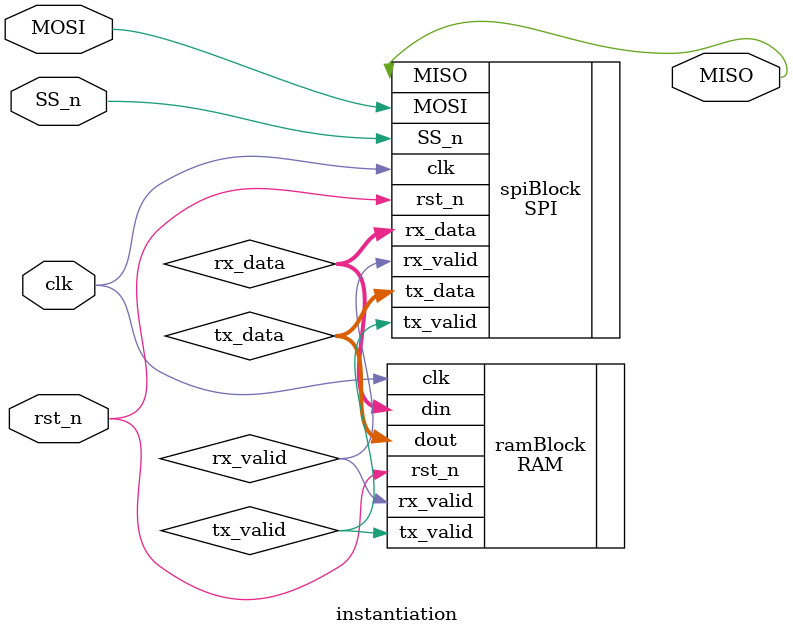
<source format=v>
module instantiation (
    input clk, rst_n,
    input MOSI, SS_n,

    output MISO
);

    wire tx_valid, rx_valid;
    wire [9:0]rx_data;
    wire [7:0]tx_data;

    SPI spiBlock(
    .clk(clk), .rst_n(rst_n),
    .MOSI(MOSI), .SS_n(SS_n),

    .tx_valid(tx_valid),
    .tx_data(tx_data),

    .MISO(MISO), 
    .rx_valid(rx_valid),  .rx_data(rx_data)
    );

    RAM #(
        .MEM_DEPTH(256),
        .ADDR_SIZE(8)
    )ramBlock(
        .clk(clk), .rst_n(rst_n),
        .din(rx_data),
        .rx_valid(rx_valid),
        .dout(tx_data),
        .tx_valid(tx_valid)
    );
endmodule
</source>
